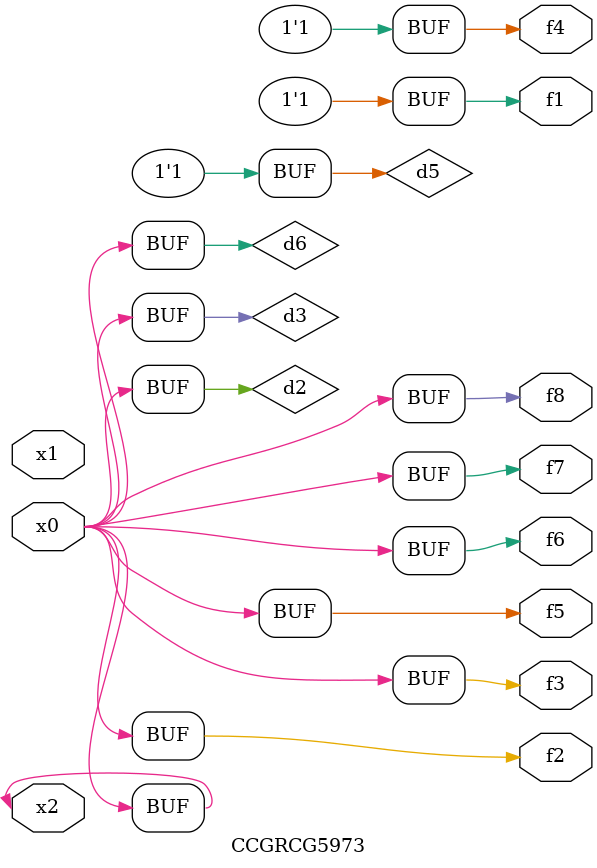
<source format=v>
module CCGRCG5973(
	input x0, x1, x2,
	output f1, f2, f3, f4, f5, f6, f7, f8
);

	wire d1, d2, d3, d4, d5, d6;

	xnor (d1, x2);
	buf (d2, x0, x2);
	and (d3, x0);
	xnor (d4, x1, x2);
	nand (d5, d1, d3);
	buf (d6, d2, d3);
	assign f1 = d5;
	assign f2 = d6;
	assign f3 = d6;
	assign f4 = d5;
	assign f5 = d6;
	assign f6 = d6;
	assign f7 = d6;
	assign f8 = d6;
endmodule

</source>
